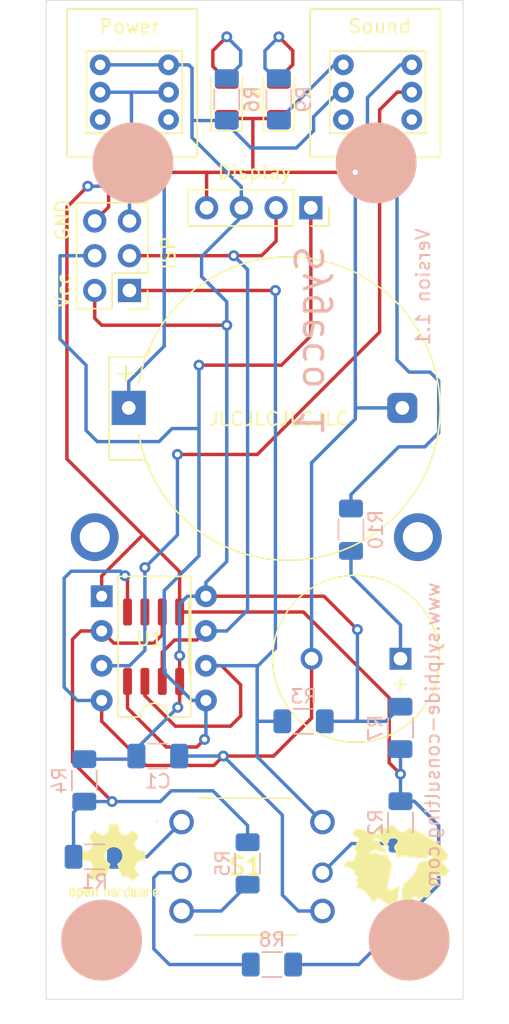
<source format=kicad_pcb>
(kicad_pcb (version 20240108) (generator "pcbnew") (generator_version "8.0")
  (title_block (title "Sygeco") (rev "1.2") (company "Sylphide Consulting"))
  (layers (0 "F.Cu" signal) (31 "B.Cu" signal) (34 "B.Paste" user) (35 "F.Paste" user) (36 "B.SilkS" user "B.Silkscreen") (37 "F.SilkS" user "F.Silkscreen") (38 "B.Mask" user) (39 "F.Mask" user) (44 "Edge.Cuts" user))
  (net 0 "")
  (net 1 "Net-(BT1-Pad1)")
  (net 2 "GND")
  (net 3 "SDA")
  (net 4 "SCL")
  (net 5 "VCC")
  (net 6 "Net-(LS1-Pad1)")
  (net 7 "Net-(R2-Pad2)")
  (net 8 "Button")
  (net 9 "Net-(R5-Pad2)")
  (net 14 "Net-(D1-Pad2)")
  (net 15 "PAD_AXIS_1")
  (net 16 "PAD_AXIS_2")
  (net 17 "Net-(R1-Pad2)")
  (net 18 "Net-(R8-Pad2)")
  (net 19 "Net-(SW2-Pad5)")
  (net 20 "Net-(D2-Pad2)")
  (net 21 "Net-(R9-Pad1)")
  (net 22 "Net-(R10-Pad2)")
  (footprint "sygeco1:DPDT_Switch_with_lock" (layer "F.Cu") (at 139.954 59.69 90)
    (property "Reference" "SW1" (hide yes))
    (property "Value" "SW_Push_DPDT")
  )
  (footprint "sygeco1:DPDT_Switch_with_lock" (layer "F.Cu") (at 157.734 59.69 90)
    (property "Reference" "SW2" (hide yes))
    (property "Value" "SW_Push_DPDT")
  )
  (footprint "Connector_PinSocket_2.54mm:PinSocket_1x04_P2.54mm_Vertical" (layer "F.Cu") (at 146.3548 69.1388 -90)
    (property "Reference" "J1" (hide yes))
    (property "Value" "SSD1306_module")
  )
  (footprint "LED_SMD:LED_1206_3216Metric" (layer "F.Cu") (at 140.208 61.214 90)
    (property "Reference" "D1" (hide yes))
    (property "Value" "LED")
  )
  (footprint "Buzzer_Beeper:MagneticBuzzer_ProSignal_ABT-410-RC" (layer "F.Cu") (at 152.908 102.108 180)
    (property "Reference" "LS1" (hide yes))
    (property "Value" "Speaker")
  )
  (footprint "sygeco1:SKQUCAA010" (layer "F.Cu") (at 136.906 114.046)
    (property "Reference" "S1")
    (property "Value" "5-way-joystick-switch" (hide yes))
  )
  (footprint "Connector_PinHeader_2.54mm:PinHeader_2x03_P2.54mm_Vertical" (layer "F.Cu") (at 133.096 75.184 180)
    (property "Reference" "J2" (hide yes))
    (property "Value" "AVR-ISP-6")
  )
  (footprint "MountingHole:MountingHole_2.2mm_M2_ISO7380_Pad" (layer "F.Cu") (at 130.556 93.218)
    (property "Reference" "H1" (hide yes))
    (property "Value" "MountingHole")
  )
  (footprint "MountingHole:MountingHole_2.2mm_M2_ISO7380_Pad" (layer "F.Cu") (at 154.178 93.218)
    (property "Reference" "H2" (hide yes))
    (property "Value" "MountingHole")
  )
  (footprint "LED_SMD:LED_1206_3216Metric" (layer "F.Cu") (at 144.018 61.214 90)
    (property "Reference" "D2")
    (property "Value" "LED")
  )
  (footprint "sygeco1:Sylphide_logo" (layer "F.Cu") (at 152.781 117.221)
    (property "Reference" "G***" (hide yes))
    (property "Value" "LOGO" (hide yes))
  )
  (footprint "Symbol:OSHW-Logo2_7.3x6mm_SilkScreen" (layer "F.Cu") (at 131.953 116.967)
    (property "Reference" "REF**" (hide yes))
    (property "Value" "OSHW-Logo2_7.3x6mm_SilkScreen" (hide yes))
  )
  (footprint "sygeco1:BatteryHolder_China_1x20mm" (layer "F.Cu") (at 129.54 83.82)
    (property "Reference" "BT1" (hide yes))
    (property "Value" "Battery_Cell")
  )
  (footprint "sygeco1:dual-dip8-sop8" (layer "F.Cu") (at 134.5692 101.1682)
    (property "Reference" "U1")
    (property "Value" "ATtiny85-20P")
  )
  (footprint "Resistor_SMD:R_1206_3216Metric_Pad1.30x1.75mm_HandSolder" (layer "B.Cu") (at 145.822 106.68 180)
    (property "Reference" "R3")
    (property "Value" "10k")
  )
  (footprint "Resistor_SMD:R_1206_3216Metric_Pad1.30x1.75mm_HandSolder" (layer "B.Cu") (at 129.794 110.998 -90)
    (property "Reference" "R4")
    (property "Value" "22k")
  )
  (footprint "Resistor_SMD:R_1206_3216Metric_Pad1.30x1.75mm_HandSolder" (layer "B.Cu") (at 141.732 117.068 -90)
    (property "Reference" "R5")
    (property "Value" "88k")
  )
  (footprint "Capacitor_SMD:C_1206_3216Metric_Pad1.33x1.80mm_HandSolder" (layer "B.Cu") (at 135.1665 109.22)
    (property "Reference" "C1")
    (property "Value" "0.1 uF")
  )
  (footprint "Resistor_SMD:R_1206_3216Metric_Pad1.30x1.75mm_HandSolder" (layer "B.Cu") (at 140.208 61.214 90)
    (property "Reference" "R6")
    (property "Value" "470")
  )
  (footprint "Resistor_SMD:R_1206_3216Metric_Pad1.30x1.75mm_HandSolder" (layer "B.Cu") (at 143.51 124.46 180)
    (property "Reference" "R8")
    (property "Value" "88k")
  )
  (footprint "Resistor_SMD:R_1206_3216Metric_Pad1.30x1.75mm_HandSolder" (layer "B.Cu") (at 130.556 116.586)
    (property "Reference" "R1")
    (property "Value" "33k")
  )
  (footprint "Resistor_SMD:R_1206_3216Metric_Pad1.30x1.75mm_HandSolder" (layer "B.Cu") (at 152.908 107.162 -90)
    (property "Reference" "R7")
    (property "Value" "22k")
  )
  (footprint "Resistor_SMD:R_1206_3216Metric_Pad1.30x1.75mm_HandSolder" (layer "B.Cu") (at 152.908 114.072 -90)
    (property "Reference" "R2")
    (property "Value" "33k")
  )
  (footprint "Resistor_SMD:R_1206_3216Metric_Pad1.30x1.75mm_HandSolder" (layer "B.Cu") (at 144.018 61.214 90)
    (property "Reference" "R9")
    (property "Value" "470")
  )
  (footprint "Resistor_SMD:R_1206_3216Metric_Pad1.30x1.75mm_HandSolder" (layer "B.Cu") (at 149.2885 92.6725 90)
    (property "Reference" "R10")
    (property "Value" "220")
  )
  (footprint "sygeco1:silicone_rubber_pad" (layer "B.Cu") (at 153.543 116.68 180)
    (property "Reference" "RP4" (hide yes))
    (property "Value" "silicone_rubber_pad")
  )
  (footprint "sygeco1:silicone_rubber_pad" (layer "B.Cu") (at 151.13 59.857 180)
    (property "Reference" "RP1" (hide yes))
    (property "Value" "silicone_rubber_pad")
  )
  (footprint "sygeco1:silicone_rubber_pad" (layer "B.Cu") (at 133.35 59.857 180)
    (property "Reference" "RP3" (hide yes))
    (property "Value" "silicone_rubber_pad")
  )
  (footprint "sygeco1:silicone_rubber_pad" (layer "B.Cu") (at 131.064 116.68 180)
    (property "Reference" "RP2" (hide yes))
    (property "Value" "silicone_rubber_pad")
  )
  (gr_line (start 128.524 54.61) (end 128.524 65.405) (stroke (width 0.12)) (layer "F.SilkS"))
  (gr_line (start 155.829 54.61) (end 146.304 54.61) (stroke (width 0.12)) (layer "F.SilkS"))
  (gr_line (start 138.049 54.61) (end 128.524 54.61) (stroke (width 0.12)) (layer "F.SilkS"))
  (gr_line (start 146.304 65.405) (end 155.829 65.405) (stroke (width 0.12)) (layer "F.SilkS"))
  (gr_line (start 155.829 65.405) (end 155.829 54.61) (stroke (width 0.12)) (layer "F.SilkS"))
  (gr_line (start 128.524 65.405) (end 138.049 65.405) (stroke (width 0.12)) (layer "F.SilkS"))
  (gr_line (start 146.304 54.61) (end 146.304 65.405) (stroke (width 0.12)) (layer "F.SilkS"))
  (gr_line (start 138.049 65.405) (end 138.049 54.61) (stroke (width 0.12)) (layer "F.SilkS"))
  (gr_line (start 127 102.235) (end 127 53.975) (stroke (width 0.05)) (layer "Edge.Cuts"))
  (gr_line (start 157.48 53.975) (end 157.48 102.235) (stroke (width 0.05)) (layer "Edge.Cuts"))
  (gr_line (start 127 127) (end 127 102.235) (stroke (width 0.05)) (layer "Edge.Cuts"))
  (gr_line (start 157.48 127) (end 127 127) (stroke (width 0.05)) (layer "Edge.Cuts"))
  (gr_line (start 157.48 102.235) (end 157.48 127) (stroke (width 0.05)) (layer "Edge.Cuts"))
  (gr_line (start 127 53.975) (end 157.48 53.975) (stroke (width 0.05)) (layer "Edge.Cuts"))
  (gr_text "Version 1.1" (at 154.559 74.93 90) (layer "B.SilkS") (effects (font (size 1 1)) (justify mirror)))
  (gr_text "www.sylphide-consulting.com\n" (at 155.2575 107.696 90) (layer "B.SilkS") (effects (font (size 1 1)) (justify mirror)))
  (gr_text "Sygeco 1" (at 146.304 78.867 90) (layer "B.SilkS") (effects (font (size 2 2) (thickness 0.25)) (justify mirror)))
  (gr_text "Power" (at 133.096 55.88 0) (layer "F.SilkS") (effects (font (size 1 1))))
  (gr_text "Sound" (at 151.384 55.88 0) (layer "F.SilkS") (effects (font (size 1 1))))
  (gr_text "Display" (at 142.24 66.548 0) (layer "F.SilkS") (effects (font (size 1 1))))
  (gr_text "JLCJLCJLCJLC" (at 144.018 84.582 0) (layer "F.SilkS") (effects (font (size 1 1))))
  (gr_text "GND\n" (at 128.2065 70.0405 90) (layer "F.SilkS") (effects (font (size 1 1))))
  (gr_text "Vcc" (at 128.27 75.184 90) (layer "F.SilkS") (effects (font (size 1 1))))
  (gr_text "ISP" (at 135.9535 72.4535 90) (layer "F.SilkS") (effects (font (size 1 1))))
  (segment (start 133.239 60.817) (end 133.112 60.69) (width 0.25) (layer "B.Cu") (net 1))
  (segment (start 133.239 61.611) (end 133.239 60.817) (width 0.25) (layer "B.Cu") (net 1))
  (segment (start 135.636 67.056) (end 133.239 64.659) (width 0.25) (layer "B.Cu") (net 1))
  (segment (start 135.636 79.248) (end 135.636 67.056) (width 0.25) (layer "B.Cu") (net 1))
  (segment (start 133.04 83.77) (end 133.04 81.844) (width 0.25) (layer "B.Cu") (net 1))
  (segment (start 135.954 60.69) (end 133.112 60.69) (width 0.25) (layer "B.Cu") (net 1))
  (segment (start 133.112 60.69) (end 130.954 60.69) (width 0.25) (layer "B.Cu") (net 1))
  (segment (start 133.239 64.659) (end 133.239 61.611) (width 0.25) (layer "B.Cu") (net 1))
  (segment (start 133.04 81.844) (end 135.636 79.248) (width 0.25) (layer "B.Cu") (net 1))
  (segment (start 130.556 70.104) (end 131.572 69.088) (width 0.25) (layer "F.Cu") (net 2))
  (segment (start 143.637 109.22) (end 139.954 109.22) (width 0.25) (layer "F.Cu") (net 2))
  (segment (start 138.684 66.548) (end 132.588 66.548) (width 0.25) (layer "F.Cu") (net 2))
  (segment (start 138.7348 66.5988) (end 138.684 66.548) (width 0.25) (layer "F.Cu") (net 2))
  (segment (start 142.116 66.545) (end 142.113 66.548) (width 0.25) (layer "F.Cu") (net 2))
  (segment (start 131.064 105.156) (end 131.064 106.68) (width 0.25) (layer "F.Cu") (net 2))
  (segment (start 142.113 66.548) (end 138.684 66.548) (width 0.25) (layer "F.Cu") (net 2))
  (segment (start 146.408 102.108) (end 146.408 106.449) (width 0.25) (layer "F.Cu") (net 2))
  (segment (start 142.116 62.614) (end 142.116 66.545) (width 0.25) (layer "F.Cu") (net 2))
  (segment (start 131.064 106.68) (end 134.2898 109.9058) (width 0.25) (layer "F.Cu") (net 2))
  (segment (start 149.606 66.548) (end 142.113 66.548) (width 0.25) (layer "F.Cu") (net 2))
  (segment (start 142.116 62.614) (end 140.208 62.614) (width 0.25) (layer "F.Cu") (net 2))
  (segment (start 134.2898 109.9058) (end 139.2682 109.9058) (width 0.25) (layer "F.Cu") (net 2))
  (segment (start 131.572 69.088) (end 131.572 67.564) (width 0.25) (layer "F.Cu") (net 2))
  (segment (start 139.2682 109.9058) (end 139.954 109.22) (width 0.25) (layer "F.Cu") (net 2))
  (segment (start 132.9528 96.2244) (end 132.7658 96.0374) (width 0.25) (layer "F.Cu") (net 2))
  (segment (start 144.018 62.614) (end 142.116 62.614) (width 0.25) (layer "F.Cu") (net 2))
  (segment (start 132.588 66.548) (end 132.334 66.802) (width 0.25) (layer "F.Cu") (net 2))
  (segment (start 138.7348 69.1388) (end 138.7348 66.5988) (width 0.25) (layer "F.Cu") (net 2))
  (segment (start 132.9528 98.6897) (end 132.9528 96.2244) (width 0.25) (layer "F.Cu") (net 2))
  (segment (start 146.408 106.449) (end 143.637 109.22) (width 0.25) (layer "F.Cu") (net 2))
  (segment (start 131.572 67.564) (end 132.334 66.802) (width 0.25) (layer "F.Cu") (net 2))
  (via (at 149.606 66.548) (size 0.8) (drill 0.4) (layers "F.Cu" "B.Cu") (net 2))
  (via (at 139.954 109.22) (size 0.8) (drill 0.4) (layers "F.Cu" "B.Cu") (net 2))
  (via (at 132.7658 96.0374) (size 0.8) (drill 0.4) (layers "F.Cu" "B.Cu") (net 2))
  (segment (start 139.954 109.22) (end 144.272 113.538) (width 0.25) (layer "B.Cu") (net 2))
  (segment (start 136.729 109.22) (end 139.954 109.22) (width 0.25) (layer "B.Cu") (net 2))
  (segment (start 149.606 81.407) (end 149.606 83.82) (width 0.25) (layer "B.Cu") (net 2))
  (segment (start 149.656 83.77) (end 149.606 83.82) (width 0.25) (layer "B.Cu") (net 2))
  (segment (start 144.272 113.538) (end 144.272 119.38) (width 0.25) (layer "B.Cu") (net 2))
  (segment (start 129.286 105.156) (end 131.064 105.156) (width 0.25) (layer "B.Cu") (net 2))
  (segment (start 128.3208 104.1908) (end 129.286 105.156) (width 0.25) (layer "B.Cu") (net 2))
  (segment (start 146.408 87.78) (end 146.408 102.108) (width 0.25) (layer "B.Cu") (net 2))
  (segment (start 149.606 84.582) (end 149.606 81.407) (width 0.25) (layer "B.Cu") (net 2))
  (segment (start 152.79 83.77) (end 149.656 83.77) (width 0.25) (layer "B.Cu") (net 2))
  (segment (start 128.8288 95.7072) (end 128.3208 96.2152) (width 0.25) (layer "B.Cu") (net 2))
  (segment (start 146.939 87.249) (end 146.408 87.78) (width 0.25) (layer "B.Cu") (net 2))
  (segment (start 145.438 120.546) (end 147.206 120.546) (width 0.25) (layer "B.Cu") (net 2))
  (segment (start 149.606 66.548) (end 149.606 80.336) (width 0.25) (layer "B.Cu") (net 2))
  (segment (start 149.606 80.336) (end 149.606 81.407) (width 0.25) (layer "B.Cu") (net 2))
  (segment (start 132.7658 96.0374) (end 132.4356 95.7072) (width 0.25) (layer "B.Cu") (net 2))
  (segment (start 146.431 87.757) (end 146.939 87.249) (width 0.25) (layer "B.Cu") (net 2))
  (segment (start 132.4356 95.7072) (end 128.8288 95.7072) (width 0.25) (layer "B.Cu") (net 2))
  (segment (start 144.272 119.38) (end 145.438 120.546) (width 0.25) (layer "B.Cu") (net 2))
  (segment (start 146.939 87.249) (end 149.606 84.582) (width 0.25) (layer "B.Cu") (net 2))
  (segment (start 128.3208 96.2152) (end 128.3208 104.1908) (width 0.25) (layer "B.Cu") (net 2))
  (segment (start 149.606 83.82) (end 149.606 84.455) (width 0.25) (layer "B.Cu") (net 2))
  (segment (start 144.2085 80.645) (end 138.176 80.645) (width 0.25) (layer "F.Cu") (net 3))
  (segment (start 132.9528 105.724) (end 135.7884 108.5596) (width 0.25) (layer "F.Cu") (net 3))
  (segment (start 135.7884 108.5596) (end 138.0236 108.5596) (width 0.25) (layer "F.Cu") (net 3))
  (segment (start 132.9528 103.7647) (end 132.9528 105.724) (width 0.25) (layer "F.Cu") (net 3))
  (segment (start 146.3548 69.1388) (end 146.3548 78.4987) (width 0.25) (layer "F.Cu") (net 3))
  (segment (start 138.0236 108.5596) (end 138.5824 108.0008) (width 0.25) (layer "F.Cu") (net 3))
  (segment (start 146.3548 78.4987) (end 144.2085 80.645) (width 0.25) (layer "F.Cu") (net 3))
  (via (at 138.176 80.645) (size 0.8) (drill 0.4) (layers "F.Cu" "B.Cu") (net 3))
  (via (at 138.5824 108.0008) (size 0.8) (drill 0.4) (layers "F.Cu" "B.Cu") (net 3))
  (segment (start 135.255 86.233) (end 130.7465 86.233) (width 0.25) (layer "B.Cu") (net 3))
  (segment (start 135.636 103.124) (end 137.668 105.156) (width 0.25) (layer "B.Cu") (net 3))
  (segment (start 130.7465 86.233) (end 129.921 85.4075) (width 0.25) (layer "B.Cu") (net 3))
  (segment (start 138.176 80.645) (end 138.176 85.2805) (width 0.25) (layer "B.Cu") (net 3))
  (segment (start 138.176 85.2805) (end 136.2075 85.2805) (width 0.25) (layer "B.Cu") (net 3))
  (segment (start 138.176 94.5896) (end 135.636 97.1296) (width 0.25) (layer "B.Cu") (net 3))
  (segment (start 129.921 85.4075) (end 129.921 80.645) (width 0.25) (layer "B.Cu") (net 3))
  (segment (start 137.668 105.156) (end 138.684 105.156) (width 0.25) (layer "B.Cu") (net 3))
  (segment (start 135.636 97.1296) (end 135.636 103.124) (width 0.25) (layer "B.Cu") (net 3))
  (segment (start 128.016 72.644) (end 128.016 78.74) (width 0.25) (layer "B.Cu") (net 3))
  (segment (start 136.2075 85.2805) (end 135.255 86.233) (width 0.25) (layer "B.Cu") (net 3))
  (segment (start 128.016 78.74) (end 129.921 80.645) (width 0.25) (layer "B.Cu") (net 3))
  (segment (start 130.556 72.644) (end 128.016 72.644) (width 0.25) (layer "B.Cu") (net 3))
  (segment (start 138.684 107.8992) (end 138.684 105.156) (width 0.25) (layer "B.Cu") (net 3))
  (segment (start 138.176 85.2805) (end 138.176 94.5896) (width 0.25) (layer "B.Cu") (net 3))
  (segment (start 138.5824 108.0008) (end 138.684 107.8992) (width 0.25) (layer "B.Cu") (net 3))
  (segment (start 135.4928 101.6416) (end 136.398 100.7364) (width 0.25) (layer "F.Cu") (net 4))
  (segment (start 133.096 72.644) (end 140.716 72.644) (width 0.25) (layer "F.Cu") (net 4))
  (segment (start 142.748 72.644) (end 143.8148 71.5772) (width 0.25) (layer "F.Cu") (net 4))
  (segment (start 140.716 72.644) (end 142.748 72.644) (width 0.25) (layer "F.Cu") (net 4))
  (segment (start 138.684 100.076) (end 138.0236 100.7364) (width 0.25) (layer "F.Cu") (net 4))
  (segment (start 135.4928 103.7647) (end 135.4928 101.6416) (width 0.25) (layer "F.Cu") (net 4))
  (segment (start 143.8148 71.5772) (end 143.8148 69.1388) (width 0.25) (layer "F.Cu") (net 4))
  (segment (start 138.0236 100.7364) (end 136.398 100.7364) (width 0.25) (layer "F.Cu") (net 4))
  (via (at 140.716 72.644) (size 0.8) (drill 0.4) (layers "F.Cu" "B.Cu") (net 4))
  (segment (start 141.732 73.66) (end 141.732 98.552) (width 0.25) (layer "B.Cu") (net 4))
  (segment (start 140.208 100.076) (end 138.684 100.076) (width 0.25) (layer "B.Cu") (net 4))
  (segment (start 140.716 72.644) (end 141.732 73.66) (width 0.25) (layer "B.Cu") (net 4))
  (segment (start 141.732 98.552) (end 140.208 100.076) (width 0.25) (layer "B.Cu") (net 4))
  (segment (start 130.556 75.184) (end 130.556 77.216) (width 0.25) (layer "F.Cu") (net 5))
  (segment (start 130.556 77.216) (end 131.064 77.724) (width 0.25) (layer "F.Cu") (net 5))
  (segment (start 136.7628 103.7647) (end 136.7628 101.8886) (width 0.25) (layer "F.Cu") (net 5))
  (segment (start 136.7628 103.7647) (end 136.7628 105.5278) (width 0.25) (layer "F.Cu") (net 5))
  (segment (start 136.7628 105.5278) (end 136.6266 105.664) (width 0.25) (layer "F.Cu") (net 5))
  (segment (start 131.064 77.724) (end 140.208 77.724) (width 0.25) (layer "F.Cu") (net 5))
  (segment (start 147.32 97.536) (end 149.7584 99.9744) (width 0.25) (layer "F.Cu") (net 5))
  (segment (start 138.684 97.536) (end 147.32 97.536) (width 0.25) (layer "F.Cu") (net 5))
  (via (at 136.6266 105.664) (size 0.8) (drill 0.4) (layers "F.Cu" "B.Cu") (net 5))
  (via (at 140.208 77.724) (size 0.8) (drill 0.4) (layers "F.Cu" "B.Cu") (net 5))
  (via (at 136.7628 101.8886) (size 0.8) (drill 0.4) (layers "F.Cu" "B.Cu") (net 5))
  (via (at 149.7584 99.9744) (size 0.8) (drill 0.4) (layers "F.Cu" "B.Cu") (net 5))
  (segment (start 149.86 106.68) (end 151.84 106.68) (width 0.25) (layer "B.Cu") (net 5))
  (segment (start 149.5806 106.68) (end 149.86 106.68) (width 0.25) (layer "B.Cu") (net 5))
  (segment (start 140.716 67.056) (end 138.811 65.151) (width 0.25) (layer "B.Cu") (net 5))
  (segment (start 145.288 64.77) (end 146.558 63.5) (width 0.25) (layer "B.Cu") (net 5))
  (segment (start 138.3665 74.168) (end 138.3665 72.7075) (width 0.25) (layer "B.Cu") (net 5))
  (segment (start 137.668 62.738) (end 137.668 64.008) (width 0.25) (layer "B.Cu") (net 5))
  (segment (start 140.208 77.724) (end 140.208 76.0095) (width 0.25) (layer "B.Cu") (net 5))
  (segment (start 137.668 64.008) (end 138.811 65.151) (width 0.25) (layer "B.Cu") (net 5))
  (segment (start 141.2748 67.6148) (end 140.716 67.056) (width 0.25) (layer "B.Cu") (net 5))
  (segment (start 129.794 109.448) (end 133.376 109.448) (width 0.25) (layer "B.Cu") (net 5))
  (segment (start 140.208 62.764) (end 140.208 62.992) (width 0.25) (layer "B.Cu") (net 5))
  (segment (start 133.604 109.22) (end 133.604 108.6866) (width 0.25) (layer "B.Cu") (net 5))
  (segment (start 138.3665 72.7075) (end 141.2748 69.7992) (width 0.25) (layer "B.Cu") (net 5))
  (segment (start 137.43 58.69) (end 137.668 58.928) (width 0.25) (layer "B.Cu") (net 5))
  (segment (start 149.7584 99.9744) (end 149.7584 106.5022) (width 0.25) (layer "B.Cu") (net 5))
  (segment (start 137.668 58.928) (end 137.668 60.706) (width 0.25) (layer "B.Cu") (net 5))
  (segment (start 136.7628 98.111) (end 137.3378 97.536) (width 0.25) (layer "B.Cu") (net 5))
  (segment (start 141.2748 69.1388) (end 141.2748 67.6148) (width 0.25) (layer "B.Cu") (net 5))
  (segment (start 136.7628 101.8886) (end 136.7628 98.111) (width 0.25) (layer "B.Cu") (net 5))
  (segment (start 141.986 64.77) (end 145.288 64.77) (width 0.25) (layer "B.Cu") (net 5))
  (segment (start 141.2748 69.7992) (end 141.2748 69.1388) (width 0.25) (layer "B.Cu") (net 5))
  (segment (start 130.954 58.69) (end 135.954 58.69) (width 0.25) (layer "B.Cu") (net 5))
  (segment (start 138.684 96.52) (end 140.208 94.996) (width 0.25) (layer "B.Cu") (net 5))
  (segment (start 140.208 94.996) (end 140.208 80.772) (width 0.25) (layer "B.Cu") (net 5))
  (segment (start 140.208 76.0095) (end 138.3665 74.168) (width 0.25) (layer "B.Cu") (net 5))
  (segment (start 135.954 58.69) (end 137.43 58.69) (width 0.25) (layer "B.Cu") (net 5))
  (segment (start 146.558 63.5) (end 146.558 62.484) (width 0.25) (layer "B.Cu") (net 5))
  (segment (start 148.352 60.69) (end 148.734 60.69) (width 0.25) (layer "B.Cu") (net 5))
  (segment (start 137.668 60.706) (end 137.668 62.738) (width 0.25) (layer "B.Cu") (net 5))
  (segment (start 151.84 106.68) (end 152.908 105.612) (width 0.25) (layer "B.Cu") (net 5))
  (segment (start 140.208 62.764) (end 137.694 62.764) (width 0.25) (layer "B.Cu") (net 5))
  (segment (start 149.7584 106.5022) (end 149.5806 106.68) (width 0.25) (layer "B.Cu") (net 5))
  (segment (start 133.604 108.6866) (end 136.6266 105.664) (width 0.25) (layer "B.Cu") (net 5))
  (segment (start 138.684 97.536) (end 138.684 96.52) (width 0.25) (layer "B.Cu") (net 5))
  (segment (start 146.558 62.484) (end 148.352 60.69) (width 0.25) (layer "B.Cu") (net 5))
  (segment (start 137.3378 97.536) (end 138.684 97.536) (width 0.25) (layer "B.Cu") (net 5))
  (segment (start 137.694 62.764) (end 137.668 62.738) (width 0.25) (layer "B.Cu") (net 5))
  (segment (start 140.208 62.992) (end 141.986 64.77) (width 0.25) (layer "B.Cu") (net 5))
  (segment (start 133.376 109.448) (end 133.604 109.22) (width 0.25) (layer "B.Cu") (net 5))
  (segment (start 147.372 106.68) (end 149.5806 106.68) (width 0.25) (layer "B.Cu") (net 5))
  (segment (start 140.208 80.772) (end 140.208 77.724) (width 0.25) (layer "B.Cu") (net 5))
  (segment (start 152.908 102.108) (end 152.908 99.6315) (width 0.25) (layer "B.Cu") (net 6))
  (segment (start 152.908 99.6315) (end 149.2885 96.012) (width 0.25) (layer "B.Cu") (net 6))
  (segment (start 149.2885 96.012) (end 149.2885 94.2225) (width 0.25) (layer "B.Cu") (net 6))
  (segment (start 152.908 115.622) (end 149.33 115.622) (width 0.25) (layer "B.Cu") (net 7))
  (segment (start 149.33 115.622) (end 147.206 117.746) (width 0.25) (layer "B.Cu") (net 7))
  (segment (start 141.224 104.013) (end 141.224 106.299) (width 0.25) (layer "F.Cu") (net 8))
  (segment (start 133.096 75.184) (end 143.764 75.184) (width 0.25) (layer "F.Cu") (net 8))
  (segment (start 139.827 102.616) (end 141.224 104.013) (width 0.25) (layer "F.Cu") (net 8))
  (segment (start 134.2228 103.7647) (end 134.2228 104.8096) (width 0.25) (layer "F.Cu") (net 8))
  (segment (start 134.2228 104.8096) (end 136.4488 107.0356) (width 0.25) (layer "F.Cu") (net 8))
  (segment (start 138.684 102.616) (end 139.827 102.616) (width 0.25) (layer "F.Cu") (net 8))
  (segment (start 136.4488 107.0356) (end 140.4874 107.0356) (width 0.25) (layer "F.Cu") (net 8))
  (segment (start 141.224 106.299) (end 140.4874 107.0356) (width 0.25) (layer "F.Cu") (net 8))
  (via (at 143.764 75.184) (size 0.8) (drill 0.4) (layers "F.Cu" "B.Cu") (net 8))
  (segment (start 142.4325 102.6775) (end 142.494 102.616) (width 0.25) (layer "B.Cu") (net 8))
  (segment (start 142.4325 109.2725) (end 142.4325 106.7415) (width 0.25) (layer "B.Cu") (net 8))
  (segment (start 147.206 114.046) (end 142.4325 109.2725) (width 0.25) (layer "B.Cu") (net 8))
  (segment (start 143.764 101.346) (end 142.494 102.616) (width 0.25) (layer "B.Cu") (net 8))
  (segment (start 142.494 106.68) (end 142.4325 106.7415) (width 0.25) (layer "B.Cu") (net 8))
  (segment (start 143.764 75.184) (end 143.764 101.346) (width 0.25) (layer "B.Cu") (net 8))
  (segment (start 144.272 106.68) (end 142.494 106.68) (width 0.25) (layer "B.Cu") (net 8))
  (segment (start 141.224 102.616) (end 138.684 102.616) (width 0.25) (layer "B.Cu") (net 8))
  (segment (start 142.4325 106.7415) (end 142.4325 106.5891) (width 0.25) (layer "B.Cu") (net 8))
  (segment (start 142.4325 106.5891) (end 142.4325 102.6775) (width 0.25) (layer "B.Cu") (net 8))
  (segment (start 142.494 102.616) (end 141.224 102.616) (width 0.25) (layer "B.Cu") (net 8))
  (segment (start 136.906 120.546) (end 139.804 120.546) (width 0.25) (layer "B.Cu") (net 9))
  (segment (start 139.804 120.546) (end 141.732 118.618) (width 0.25) (layer "B.Cu") (net 9))
  (segment (start 140.208 56.642) (end 139.192 57.658) (width 0.25) (layer "F.Cu") (net 14))
  (segment (start 139.192 58.798) (end 140.208 59.814) (width 0.25) (layer "F.Cu") (net 14))
  (segment (start 139.192 57.658) (end 139.192 58.798) (width 0.25) (layer "F.Cu") (net 14))
  (via (at 140.208 56.642) (size 0.8) (drill 0.4) (layers "F.Cu" "B.Cu") (net 14))
  (segment (start 140.208 59.69) (end 141.224 58.674) (width 0.25) (layer "B.Cu") (net 14))
  (segment (start 141.224 57.658) (end 140.208 56.642) (width 0.25) (layer "B.Cu") (net 14))
  (segment (start 141.224 58.674) (end 141.224 57.658) (width 0.25) (layer "B.Cu") (net 14))
  (segment (start 128.524 87.503) (end 128.524 69.088) (width 0.25) (layer "F.Cu") (net 15))
  (segment (start 131.064 96.0628) (end 131.064 97.536) (width 0.25) (layer "F.Cu") (net 15))
  (segment (start 152.0825 109.7153) (end 152.0825 104.9655) (width 0.25) (layer "F.Cu") (net 15))
  (segment (start 128.524 69.088) (end 130.048 67.564) (width 0.25) (layer "F.Cu") (net 15))
  (segment (start 145.8067 98.6897) (end 136.7628 98.6897) (width 0.25) (layer "F.Cu") (net 15))
  (segment (start 134.0739 93.0529) (end 128.524 87.503) (width 0.25) (layer "F.Cu") (net 15))
  (segment (start 152.908 110.5408) (end 152.0825 109.7153) (width 0.25) (layer "F.Cu") (net 15))
  (segment (start 136.7628 95.7418) (end 136.7628 96.4784) (width 0.25) (layer "F.Cu") (net 15))
  (segment (start 134.0739 93.0529) (end 131.064 96.0628) (width 0.25) (layer "F.Cu") (net 15))
  (segment (start 147.9931 100.8761) (end 145.8067 98.6897) (width 0.25) (layer "F.Cu") (net 15))
  (segment (start 147.9931 100.8761) (end 152.0825 104.9655) (width 0.25) (layer "F.Cu") (net 15))
  (segment (start 134.1755 93.1545) (end 134.0739 93.0529) (width 0.25) (layer "F.Cu") (net 15))
  (segment (start 134.1755 93.1545) (end 136.7628 95.7418) (width 0.25) (layer "F.Cu") (net 15))
  (segment (start 136.7628 98.6897) (end 136.7628 96.4784) (width 0.25) (layer "F.Cu") (net 15))
  (via (at 130.048 67.564) (size 0.8) (drill 0.4) (layers "F.Cu" "B.Cu") (net 15))
  (via (at 152.908 110.5408) (size 0.8) (drill 0.4) (layers "F.Cu" "B.Cu") (net 15))
  (segment (start 133.096 70.104) (end 133.096 68.072) (width 0.25) (layer "B.Cu") (net 15))
  (segment (start 152.908 112.522) (end 153.924 112.522) (width 0.25) (layer "B.Cu") (net 15))
  (segment (start 152.908 108.712) (end 152.908 110.5408) (width 0.25) (layer "B.Cu") (net 15))
  (segment (start 132.588 67.564) (end 130.048 67.564) (width 0.25) (layer "B.Cu") (net 15))
  (segment (start 152.908 110.5408) (end 152.908 112.522) (width 0.25) (layer "B.Cu") (net 15))
  (segment (start 155.702 118.618) (end 155.702 116.205) (width 0.25) (layer "B.Cu") (net 15))
  (segment (start 133.096 68.072) (end 132.588 67.564) (width 0.25) (layer "B.Cu") (net 15))
  (segment (start 145.06 124.46) (end 149.86 124.46) (width 0.25) (layer "B.Cu") (net 15))
  (segment (start 153.924 112.522) (end 155.702 114.3) (width 0.25) (layer "B.Cu") (net 15))
  (segment (start 149.86 124.46) (end 155.702 118.618) (width 0.25) (layer "B.Cu") (net 15))
  (segment (start 155.702 116.205) (end 155.702 114.3) (width 0.25) (layer "B.Cu") (net 15))
  (segment (start 128.9304 100.6856) (end 128.9304 109.653) (width 0.25) (layer "F.Cu") (net 16))
  (segment (start 129.54 100.076) (end 128.9304 100.6856) (width 0.25) (layer "F.Cu") (net 16))
  (segment (start 131.064 100.076) (end 131.953 100.965) (width 0.25) (layer "F.Cu") (net 16))
  (segment (start 131.064 100.076) (end 129.54 100.076) (width 0.25) (layer "F.Cu") (net 16))
  (segment (start 135.4928 100.3462) (end 135.4928 98.6897) (width 0.25) (layer "F.Cu") (net 16))
  (segment (start 131.953 100.965) (end 134.874 100.965) (width 0.25) (layer "F.Cu") (net 16))
  (segment (start 134.874 100.965) (end 135.4928 100.3462) (width 0.25) (layer "F.Cu") (net 16))
  (segment (start 128.9304 109.653) (end 131.8254 112.548) (width 0.25) (layer "F.Cu") (net 16))
  (via (at 131.8254 112.548) (size 0.8) (drill 0.4) (layers "F.Cu" "B.Cu") (net 16))
  (segment (start 129.794 112.548) (end 131.8254 112.548) (width 0.25) (layer "B.Cu") (net 16))
  (segment (start 129.006 113.336) (end 129.794 112.548) (width 0.25) (layer "B.Cu") (net 16))
  (segment (start 136.144 111.76) (end 139.192 111.76) (width 0.25) (layer "B.Cu") (net 16))
  (segment (start 139.192 111.76) (end 141.732 114.3) (width 0.25) (layer "B.Cu") (net 16))
  (segment (start 131.8254 112.548) (end 135.356 112.548) (width 0.25) (layer "B.Cu") (net 16))
  (segment (start 129.006 116.586) (end 129.006 113.336) (width 0.25) (layer "B.Cu") (net 16))
  (segment (start 141.732 114.3) (end 141.732 115.518) (width 0.25) (layer "B.Cu") (net 16))
  (segment (start 135.356 112.548) (end 136.144 111.76) (width 0.25) (layer "B.Cu") (net 16))
  (segment (start 134.366 116.586) (end 135.763 115.189) (width 0.25) (layer "B.Cu") (net 17))
  (segment (start 135.763 115.189) (end 136.906 114.046) (width 0.25) (layer "B.Cu") (net 17))
  (segment (start 132.106 116.586) (end 134.366 116.586) (width 0.25) (layer "B.Cu") (net 17))
  (segment (start 136.906 117.746) (end 135.238 117.746) (width 0.25) (layer "B.Cu") (net 18))
  (segment (start 141.96 124.46) (end 136.017 124.46) (width 0.25) (layer "B.Cu") (net 18))
  (segment (start 136.017 124.46) (end 134.874 123.317) (width 0.25) (layer "B.Cu") (net 18))
  (segment (start 135.238 117.746) (end 134.874 118.11) (width 0.25) (layer "B.Cu") (net 18))
  (segment (start 134.874 118.11) (end 134.874 123.317) (width 0.25) (layer "B.Cu") (net 18))
  (segment (start 134.2228 98.6897) (end 134.2228 95.444) (width 0.25) (layer "F.Cu") (net 19))
  (segment (start 151.384 78.232) (end 151.384 61.976) (width 0.25) (layer "F.Cu") (net 19))
  (segment (start 136.6012 87.1728) (end 142.4432 87.1728) (width 0.25) (layer "F.Cu") (net 19))
  (segment (start 151.384 61.976) (end 152.67 60.69) (width 0.25) (layer "F.Cu") (net 19))
  (segment (start 142.4432 87.1728) (end 151.384 78.232) (width 0.25) (layer "F.Cu") (net 19))
  (segment (start 152.67 60.69) (end 153.734 60.69) (width 0.25) (layer "F.Cu") (net 19))
  (via (at 136.6012 87.1728) (size 0.8) (drill 0.4) (layers "F.Cu" "B.Cu") (net 19))
  (via (at 134.2228 95.444) (size 0.8) (drill 0.4) (layers "F.Cu" "B.Cu") (net 19))
  (segment (start 134.2228 101.4892) (end 134.2228 95.444) (width 0.25) (layer "B.Cu") (net 19))
  (segment (start 133.096 102.616) (end 134.2228 101.4892) (width 0.25) (layer "B.Cu") (net 19))
  (segment (start 136.6012 93.0656) (end 136.6012 92.7608) (width 0.25) (layer "B.Cu") (net 19))
  (segment (start 134.2228 95.444) (end 136.6012 93.0656) (width 0.25) (layer "B.Cu") (net 19))
  (segment (start 131.064 102.616) (end 133.096 102.616) (width 0.25) (layer "B.Cu") (net 19))
  (segment (start 136.6012 87.1728) (end 136.6012 92.7608) (width 0.25) (layer "B.Cu") (net 19))
  (segment (start 145.034 58.674) (end 145.034 57.658) (width 0.25) (layer "F.Cu") (net 20))
  (segment (start 144.018 59.814) (end 144.018 59.69) (width 0.25) (layer "F.Cu") (net 20))
  (segment (start 145.034 57.658) (end 144.018 56.642) (width 0.25) (layer "F.Cu") (net 20))
  (segment (start 144.018 59.69) (end 145.034 58.674) (width 0.25) (layer "F.Cu") (net 20))
  (via (at 144.018 56.642) (size 0.8) (drill 0.4) (layers "F.Cu" "B.Cu") (net 20))
  (segment (start 143.764 59.69) (end 143.002 58.928) (width 0.25) (layer "B.Cu") (net 20))
  (segment (start 143.002 58.928) (end 143.002 57.658) (width 0.25) (layer "B.Cu") (net 20))
  (segment (start 143.002 57.658) (end 144.018 56.642) (width 0.25) (layer "B.Cu") (net 20))
  (segment (start 144.018 59.69) (end 143.764 59.69) (width 0.25) (layer "B.Cu") (net 20))
  (segment (start 144.018 62.764) (end 144.018 62.738) (width 0.25) (layer "B.Cu") (net 21))
  (segment (start 148.066 58.69) (end 148.734 58.69) (width 0.25) (layer "B.Cu") (net 21))
  (segment (start 144.018 62.738) (end 148.066 58.69) (width 0.25) (layer "B.Cu") (net 21))
  (segment (start 149.2885 91.1225) (end 149.2885 90.1065) (width 0.25) (layer "B.Cu") (net 22))
  (segment (start 152.654 67.183) (end 150.495 65.024) (width 0.25) (layer "B.Cu") (net 22))
  (segment (start 149.2885 90.1065) (end 152.781 86.614) (width 0.25) (layer "B.Cu") (net 22))
  (segment (start 155.702 85.598) (end 155.702 81.788) (width 0.25) (layer "B.Cu") (net 22))
  (segment (start 152.654 80.264) (end 152.654 67.183) (width 0.25) (layer "B.Cu") (net 22))
  (segment (start 155.702 81.788) (end 155.067 81.153) (width 0.25) (layer "B.Cu") (net 22))
  (segment (start 155.067 81.153) (end 153.543 81.153) (width 0.25) (layer "B.Cu") (net 22))
  (segment (start 152.781 86.614) (end 154.686 86.614) (width 0.25) (layer "B.Cu") (net 22))
  (segment (start 153.543 81.153) (end 152.654 80.264) (width 0.25) (layer "B.Cu") (net 22))
  (segment (start 150.495 65.024) (end 150.495 61.087) (width 0.25) (layer "B.Cu") (net 22))
  (segment (start 150.495 61.087) (end 152.892 58.69) (width 0.25) (layer "B.Cu") (net 22))
  (segment (start 154.686 86.614) (end 155.702 85.598) (width 0.25) (layer "B.Cu") (net 22))
  (segment (start 152.892 58.69) (end 153.734 58.69) (width 0.25) (layer "B.Cu") (net 22))
)
</source>
